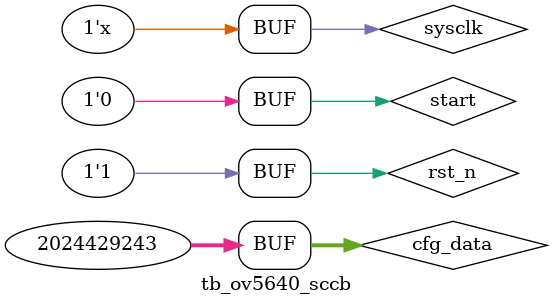
<source format=v>
`timescale 1ns/1ns


module tb_ov5640_sccb;

// --------------------------------------------------------
// ************ define parameters and signals ********
// --------------------------------------------------------
reg                 sysclk      ; 
reg                 rst_n       ; 
reg                 start       ; 
reg     [31:0]      cfg_data    ; 

wire                cmos_sclk   ;
wire                cmos_sdat   ;
wire                done        ;
wire                busy        ;
wire    [ 7:0]      rd_data     ;

// --------------------------------------------------------
// ******************** main code ********************
// --------------------------------------------------------
initial begin
    sysclk      =   0   ;
    rst_n       =   0   ;
    start       =   0   ;
    cfg_data    =   32'h78aa56bb;
    #100;
    rst_n       =   1   ;
    #100;
    start       =   1   ;
    #10;
    start       =   0   ;
end

always #5 sysclk    =   ~sysclk ;




ov5640_sccb u_ov5640_sccb(
    // system signals
    .sysclk                     (   sysclk      ),       // sclk*2
    .rst_n                      (   rst_n       ),
    // control
    .start                      (   start       ),
    .cfg_data                   (   cfg_data    ),
    // sccb interface
    .cmos_sclk                  (   cmos_sclk   ),
    .cmos_sdat                  (   cmos_sdat   ),
    // others
    .done                       (   done        ),
    .busy                       (   busy        ),
    // debug
    .rd_data                    (   rd_data     )
);



endmodule
</source>
